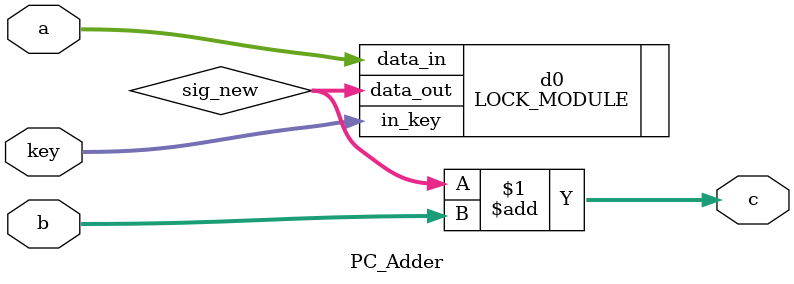
<source format=v>
`timescale 1ns / 1ps
`include "Lock_Module.v"
module PC_Adder (a,b,c,key); //0111

    input [31:0]a,b;
    input [3:0]key;
    output [31:0]c;
    wire [31:0]sig_new;
    
    LOCK_MODULE #(.DATA_WIDTH(32), .KEY_WIDTH(4))
            d0(
        .data_in(a),
        .data_out(sig_new),
        .in_key(key)
        );
    defparam d0.KEY_4=4'b0111;
 
    assign c = sig_new + b;
    
endmodule
</source>
